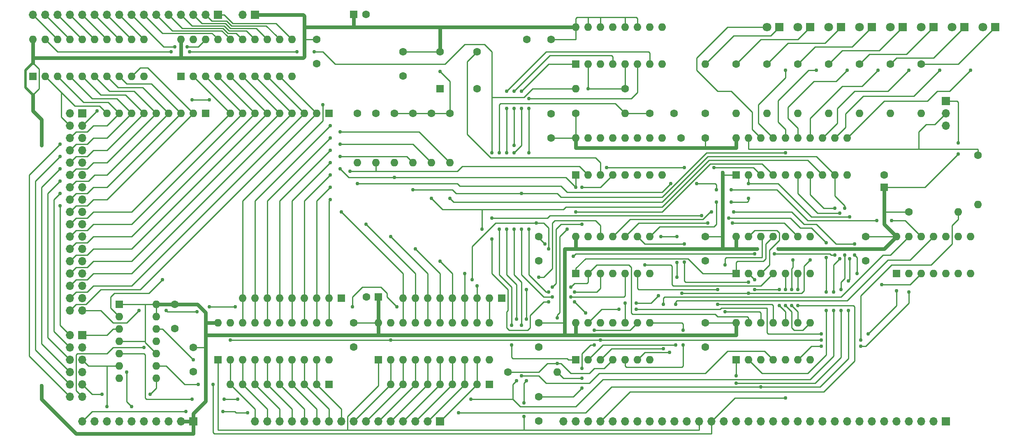
<source format=gtl>
G04 #@! TF.GenerationSoftware,KiCad,Pcbnew,(7.0.0)*
G04 #@! TF.CreationDate,2023-09-24T18:00:44-07:00*
G04 #@! TF.ProjectId,interface_clock,696e7465-7266-4616-9365-5f636c6f636b,rev?*
G04 #@! TF.SameCoordinates,Original*
G04 #@! TF.FileFunction,Copper,L1,Top*
G04 #@! TF.FilePolarity,Positive*
%FSLAX46Y46*%
G04 Gerber Fmt 4.6, Leading zero omitted, Abs format (unit mm)*
G04 Created by KiCad (PCBNEW (7.0.0)) date 2023-09-24 18:00:44*
%MOMM*%
%LPD*%
G01*
G04 APERTURE LIST*
G04 #@! TA.AperFunction,ComponentPad*
%ADD10C,1.600000*%
G04 #@! TD*
G04 #@! TA.AperFunction,ComponentPad*
%ADD11R,1.700000X1.700000*%
G04 #@! TD*
G04 #@! TA.AperFunction,ComponentPad*
%ADD12O,1.700000X1.700000*%
G04 #@! TD*
G04 #@! TA.AperFunction,ComponentPad*
%ADD13R,1.600000X1.600000*%
G04 #@! TD*
G04 #@! TA.AperFunction,ComponentPad*
%ADD14O,1.600000X1.600000*%
G04 #@! TD*
G04 #@! TA.AperFunction,ComponentPad*
%ADD15R,1.800000X1.800000*%
G04 #@! TD*
G04 #@! TA.AperFunction,ComponentPad*
%ADD16C,1.800000*%
G04 #@! TD*
G04 #@! TA.AperFunction,ViaPad*
%ADD17C,0.762000*%
G04 #@! TD*
G04 #@! TA.AperFunction,Conductor*
%ADD18C,0.254000*%
G04 #@! TD*
G04 #@! TA.AperFunction,Conductor*
%ADD19C,0.762000*%
G04 #@! TD*
G04 #@! TA.AperFunction,Conductor*
%ADD20C,0.508000*%
G04 #@! TD*
G04 APERTURE END LIST*
D10*
X157480000Y-106680000D03*
X157480000Y-111680000D03*
X224790000Y-106680000D03*
X224790000Y-111680000D03*
X86360000Y-129540000D03*
X86360000Y-134540000D03*
X111760000Y-66040000D03*
X111760000Y-71040000D03*
X160020000Y-86360000D03*
X160020000Y-81360000D03*
D11*
X241299999Y-144779999D03*
D12*
X238759999Y-144779999D03*
X236219999Y-144779999D03*
X233679999Y-144779999D03*
X231139999Y-144779999D03*
X228599999Y-144779999D03*
X226059999Y-144779999D03*
X223519999Y-144779999D03*
X220979999Y-144779999D03*
X218439999Y-144779999D03*
X215899999Y-144779999D03*
X213359999Y-144779999D03*
X210819999Y-144779999D03*
X208279999Y-144779999D03*
X205739999Y-144779999D03*
X203199999Y-144779999D03*
X200659999Y-144779999D03*
X198119999Y-144779999D03*
X195579999Y-144779999D03*
X193039999Y-144779999D03*
X190499999Y-144779999D03*
X187959999Y-144779999D03*
X185419999Y-144779999D03*
X182879999Y-144779999D03*
X180339999Y-144779999D03*
X177799999Y-144779999D03*
X175259999Y-144779999D03*
X172719999Y-144779999D03*
X170179999Y-144779999D03*
X167639999Y-144779999D03*
X165099999Y-144779999D03*
X162559999Y-144779999D03*
D11*
X86359999Y-144779999D03*
D12*
X83819999Y-144779999D03*
X81279999Y-144779999D03*
X78739999Y-144779999D03*
X76199999Y-144779999D03*
X73659999Y-144779999D03*
X71119999Y-144779999D03*
X68579999Y-144779999D03*
X66039999Y-144779999D03*
X63499999Y-144779999D03*
D11*
X137159999Y-144779999D03*
D12*
X134619999Y-144779999D03*
X132079999Y-144779999D03*
X129539999Y-144779999D03*
X126999999Y-144779999D03*
X124459999Y-144779999D03*
X121919999Y-144779999D03*
X119379999Y-144779999D03*
X116839999Y-144779999D03*
X114299999Y-144779999D03*
X111759999Y-144779999D03*
X109219999Y-144779999D03*
X106679999Y-144779999D03*
X104139999Y-144779999D03*
X101599999Y-144779999D03*
X99059999Y-144779999D03*
D13*
X114299999Y-137159999D03*
D14*
X111759999Y-137159999D03*
X109219999Y-137159999D03*
X106679999Y-137159999D03*
X104139999Y-137159999D03*
X101599999Y-137159999D03*
X99059999Y-137159999D03*
X96519999Y-137159999D03*
X93979999Y-137159999D03*
D13*
X147319999Y-137159999D03*
D14*
X144779999Y-137159999D03*
X142239999Y-137159999D03*
X139699999Y-137159999D03*
X137159999Y-137159999D03*
X134619999Y-137159999D03*
X132079999Y-137159999D03*
X129539999Y-137159999D03*
X126999999Y-137159999D03*
D13*
X149859999Y-119379999D03*
D14*
X147319999Y-119379999D03*
X144779999Y-119379999D03*
X142239999Y-119379999D03*
X139699999Y-119379999D03*
X137159999Y-119379999D03*
X134619999Y-119379999D03*
X132079999Y-119379999D03*
X129539999Y-119379999D03*
D13*
X116839999Y-119379999D03*
D14*
X114299999Y-119379999D03*
X111759999Y-119379999D03*
X109219999Y-119379999D03*
X106679999Y-119379999D03*
X104139999Y-119379999D03*
X101599999Y-119379999D03*
X99059999Y-119379999D03*
X96519999Y-119379999D03*
D13*
X137159999Y-76199999D03*
D10*
X144780000Y-76200000D03*
X144780000Y-68580000D03*
X137160000Y-68580000D03*
D13*
X198119999Y-114299999D03*
D14*
X200659999Y-114299999D03*
X203199999Y-114299999D03*
X205739999Y-114299999D03*
X208279999Y-114299999D03*
X210819999Y-114299999D03*
X213359999Y-114299999D03*
X213359999Y-106679999D03*
X210819999Y-106679999D03*
X208279999Y-106679999D03*
X205739999Y-106679999D03*
X203199999Y-106679999D03*
X200659999Y-106679999D03*
X198119999Y-106679999D03*
D13*
X198119999Y-132079999D03*
D14*
X200659999Y-132079999D03*
X203199999Y-132079999D03*
X205739999Y-132079999D03*
X208279999Y-132079999D03*
X210819999Y-132079999D03*
X213359999Y-132079999D03*
X213359999Y-124459999D03*
X210819999Y-124459999D03*
X208279999Y-124459999D03*
X205739999Y-124459999D03*
X203199999Y-124459999D03*
X200659999Y-124459999D03*
X198119999Y-124459999D03*
D10*
X191770000Y-111680000D03*
X191770000Y-106680000D03*
X191770000Y-124460000D03*
X191770000Y-129460000D03*
D13*
X165099999Y-114299999D03*
D14*
X167639999Y-114299999D03*
X170179999Y-114299999D03*
X172719999Y-114299999D03*
X175259999Y-114299999D03*
X177799999Y-114299999D03*
X180339999Y-114299999D03*
X180339999Y-106679999D03*
X177799999Y-106679999D03*
X175259999Y-106679999D03*
X172719999Y-106679999D03*
X170179999Y-106679999D03*
X167639999Y-106679999D03*
X165099999Y-106679999D03*
D13*
X231139999Y-114299999D03*
D14*
X233679999Y-114299999D03*
X236219999Y-114299999D03*
X238759999Y-114299999D03*
X241299999Y-114299999D03*
X243839999Y-114299999D03*
X246379999Y-114299999D03*
X246379999Y-106679999D03*
X243839999Y-106679999D03*
X241299999Y-106679999D03*
X238759999Y-106679999D03*
X236219999Y-106679999D03*
X233679999Y-106679999D03*
X231139999Y-106679999D03*
D13*
X124459999Y-132079999D03*
D14*
X126999999Y-132079999D03*
X129539999Y-132079999D03*
X132079999Y-132079999D03*
X134619999Y-132079999D03*
X137159999Y-132079999D03*
X139699999Y-132079999D03*
X142239999Y-132079999D03*
X144779999Y-132079999D03*
X147319999Y-132079999D03*
X147319999Y-124459999D03*
X144779999Y-124459999D03*
X142239999Y-124459999D03*
X139699999Y-124459999D03*
X137159999Y-124459999D03*
X134619999Y-124459999D03*
X132079999Y-124459999D03*
X129539999Y-124459999D03*
X126999999Y-124459999D03*
X124459999Y-124459999D03*
D13*
X165099999Y-93979999D03*
D14*
X167639999Y-93979999D03*
X170179999Y-93979999D03*
X172719999Y-93979999D03*
X175259999Y-93979999D03*
X177799999Y-93979999D03*
X180339999Y-93979999D03*
X182879999Y-93979999D03*
X182879999Y-86359999D03*
X180339999Y-86359999D03*
X177799999Y-86359999D03*
X175259999Y-86359999D03*
X172719999Y-86359999D03*
X170179999Y-86359999D03*
X167639999Y-86359999D03*
X165099999Y-86359999D03*
D10*
X119380000Y-124460000D03*
X119380000Y-129460000D03*
X157480000Y-124460000D03*
X157480000Y-129460000D03*
X191770000Y-81280000D03*
D14*
X191769999Y-71119999D03*
D10*
X120142000Y-81280000D03*
D14*
X120141999Y-91439999D03*
D10*
X123952000Y-81280000D03*
D14*
X123951999Y-91439999D03*
D10*
X127762000Y-81280000D03*
D14*
X127761999Y-91439999D03*
D10*
X131572000Y-81280000D03*
D14*
X131571999Y-91439999D03*
D10*
X135382000Y-81280000D03*
D14*
X135381999Y-91439999D03*
D10*
X139192000Y-81280000D03*
D14*
X139191999Y-91439999D03*
D13*
X165099999Y-132079999D03*
D14*
X167639999Y-132079999D03*
X170179999Y-132079999D03*
X172719999Y-132079999D03*
X175259999Y-132079999D03*
X177799999Y-132079999D03*
X180339999Y-132079999D03*
X180339999Y-124459999D03*
X177799999Y-124459999D03*
X175259999Y-124459999D03*
X172719999Y-124459999D03*
X170179999Y-124459999D03*
X167639999Y-124459999D03*
X165099999Y-124459999D03*
D10*
X191770000Y-86360000D03*
X186770000Y-86360000D03*
D15*
X207009999Y-63499999D03*
D16*
X204470000Y-63500000D03*
D15*
X213359999Y-63499999D03*
D16*
X210820000Y-63500000D03*
D15*
X219709999Y-63499999D03*
D16*
X217170000Y-63500000D03*
D15*
X226059999Y-63499999D03*
D16*
X223520000Y-63500000D03*
D15*
X232409999Y-63499999D03*
D16*
X229870000Y-63500000D03*
D15*
X238759999Y-63499999D03*
D16*
X236220000Y-63500000D03*
D10*
X198120000Y-71120000D03*
D14*
X198119999Y-81279999D03*
D10*
X204470000Y-71120000D03*
D14*
X204469999Y-81279999D03*
D10*
X210820000Y-71120000D03*
D14*
X210819999Y-81279999D03*
D10*
X217170000Y-71120000D03*
D14*
X217169999Y-81279999D03*
D10*
X223520000Y-71120000D03*
D14*
X223519999Y-81279999D03*
D10*
X229870000Y-71120000D03*
D14*
X229869999Y-81279999D03*
D13*
X198119999Y-93979999D03*
D14*
X200659999Y-93979999D03*
X203199999Y-93979999D03*
X205739999Y-93979999D03*
X208279999Y-93979999D03*
X210819999Y-93979999D03*
X213359999Y-93979999D03*
X215899999Y-93979999D03*
X218439999Y-93979999D03*
X220979999Y-93979999D03*
X220979999Y-86359999D03*
X218439999Y-86359999D03*
X215899999Y-86359999D03*
X213359999Y-86359999D03*
X210819999Y-86359999D03*
X208279999Y-86359999D03*
X205739999Y-86359999D03*
X203199999Y-86359999D03*
X200659999Y-86359999D03*
X198119999Y-86359999D03*
D10*
X82550000Y-120650000D03*
X82550000Y-125650000D03*
D13*
X71119999Y-120649999D03*
D14*
X71119999Y-123189999D03*
X71119999Y-125729999D03*
X71119999Y-128269999D03*
X71119999Y-130809999D03*
X71119999Y-133349999D03*
X71119999Y-135889999D03*
X78739999Y-135889999D03*
X78739999Y-133349999D03*
X78739999Y-130809999D03*
X78739999Y-128269999D03*
X78739999Y-125729999D03*
X78739999Y-123189999D03*
X78739999Y-120649999D03*
D15*
X245109999Y-63499999D03*
D16*
X242570000Y-63500000D03*
D15*
X251459999Y-63499999D03*
D16*
X248920000Y-63500000D03*
D10*
X236220000Y-71120000D03*
D14*
X236219999Y-81279999D03*
D10*
X165100000Y-81280000D03*
D14*
X175259999Y-81279999D03*
D10*
X247904000Y-89916000D03*
D14*
X247903999Y-100075999D03*
D10*
X180340000Y-81280000D03*
X185340000Y-81280000D03*
X233680000Y-101600000D03*
D14*
X243839999Y-101599999D03*
D10*
X160020000Y-66040000D03*
X155020000Y-66040000D03*
X157480000Y-139700000D03*
X157480000Y-144700000D03*
D13*
X165099999Y-71119999D03*
D14*
X167639999Y-71119999D03*
X170179999Y-71119999D03*
X172719999Y-71119999D03*
X175259999Y-71119999D03*
X177799999Y-71119999D03*
X180339999Y-71119999D03*
X182879999Y-71119999D03*
X182879999Y-63499999D03*
X180339999Y-63499999D03*
X177799999Y-63499999D03*
X175259999Y-63499999D03*
X172719999Y-63499999D03*
X170179999Y-63499999D03*
X167639999Y-63499999D03*
X165099999Y-63499999D03*
D10*
X151130000Y-134620000D03*
D14*
X161289999Y-134619999D03*
D13*
X91439999Y-132079999D03*
D14*
X93979999Y-132079999D03*
X96519999Y-132079999D03*
X99059999Y-132079999D03*
X101599999Y-132079999D03*
X104139999Y-132079999D03*
X106679999Y-132079999D03*
X109219999Y-132079999D03*
X111759999Y-132079999D03*
X114299999Y-132079999D03*
X114299999Y-124459999D03*
X111759999Y-124459999D03*
X109219999Y-124459999D03*
X106679999Y-124459999D03*
X104139999Y-124459999D03*
X101599999Y-124459999D03*
X99059999Y-124459999D03*
X96519999Y-124459999D03*
X93979999Y-124459999D03*
X91439999Y-124459999D03*
D10*
X175260000Y-76200000D03*
D14*
X165099999Y-76199999D03*
D13*
X114299999Y-81279999D03*
D14*
X111759999Y-81279999D03*
X109219999Y-81279999D03*
X106679999Y-81279999D03*
X104139999Y-81279999D03*
X101599999Y-81279999D03*
X99059999Y-81279999D03*
X96519999Y-81279999D03*
X93979999Y-81279999D03*
D13*
X228599999Y-96519999D03*
D10*
X228600000Y-94020000D03*
D13*
X88899999Y-81279999D03*
D14*
X86359999Y-81279999D03*
X83819999Y-81279999D03*
X81279999Y-81279999D03*
X78739999Y-81279999D03*
X76199999Y-81279999D03*
X73659999Y-81279999D03*
X71119999Y-81279999D03*
X68579999Y-81279999D03*
D11*
X91439999Y-60959999D03*
D12*
X88899999Y-60959999D03*
X86359999Y-60959999D03*
X83819999Y-60959999D03*
X81279999Y-60959999D03*
X78739999Y-60959999D03*
X76199999Y-60959999D03*
X73659999Y-60959999D03*
X71119999Y-60959999D03*
X68579999Y-60959999D03*
X66039999Y-60959999D03*
X63499999Y-60959999D03*
X60959999Y-60959999D03*
X58419999Y-60959999D03*
X55879999Y-60959999D03*
X53339999Y-60959999D03*
D11*
X241299999Y-78739999D03*
D12*
X241299999Y-81279999D03*
X241299999Y-83819999D03*
D13*
X124459999Y-119125999D03*
D10*
X121960000Y-119126000D03*
D13*
X83824999Y-73649999D03*
D14*
X86364999Y-73649999D03*
X88904999Y-73649999D03*
X91444999Y-73649999D03*
X93984999Y-73649999D03*
X96524999Y-73649999D03*
X99064999Y-73649999D03*
X101604999Y-73649999D03*
X104144999Y-73649999D03*
X106684999Y-73649999D03*
X106684999Y-66029999D03*
X104144999Y-66029999D03*
X101604999Y-66029999D03*
X99064999Y-66029999D03*
X96524999Y-66029999D03*
X93984999Y-66029999D03*
X91444999Y-66029999D03*
X88904999Y-66029999D03*
X86364999Y-66029999D03*
X83824999Y-66029999D03*
D11*
X63499999Y-126999999D03*
D12*
X60959999Y-126999999D03*
X63499999Y-129539999D03*
X60959999Y-129539999D03*
X63499999Y-132079999D03*
X60959999Y-132079999D03*
X63499999Y-134619999D03*
X60959999Y-134619999D03*
X63499999Y-137159999D03*
X60959999Y-137159999D03*
X63499999Y-139699999D03*
X60959999Y-139699999D03*
D10*
X129540000Y-68580000D03*
X129540000Y-73580000D03*
D13*
X119379999Y-60919999D03*
D10*
X121880000Y-60920000D03*
D11*
X63499999Y-81279999D03*
D12*
X60959999Y-81279999D03*
X63499999Y-83819999D03*
X60959999Y-83819999D03*
X63499999Y-86359999D03*
X60959999Y-86359999D03*
X63499999Y-88899999D03*
X60959999Y-88899999D03*
X63499999Y-91439999D03*
X60959999Y-91439999D03*
X63499999Y-93979999D03*
X60959999Y-93979999D03*
X63499999Y-96519999D03*
X60959999Y-96519999D03*
X63499999Y-99059999D03*
X60959999Y-99059999D03*
X63499999Y-101599999D03*
X60959999Y-101599999D03*
X63499999Y-104139999D03*
X60959999Y-104139999D03*
X63499999Y-106679999D03*
X60959999Y-106679999D03*
X63499999Y-109219999D03*
X60959999Y-109219999D03*
X63499999Y-111759999D03*
X60959999Y-111759999D03*
X63499999Y-114299999D03*
X60959999Y-114299999D03*
X63499999Y-116839999D03*
X60959999Y-116839999D03*
X63499999Y-119379999D03*
X60959999Y-119379999D03*
X63499999Y-121919999D03*
X60959999Y-121919999D03*
D11*
X99059999Y-60959999D03*
D12*
X96519999Y-60959999D03*
D13*
X53344999Y-73649999D03*
D14*
X55884999Y-73649999D03*
X58424999Y-73649999D03*
X60964999Y-73649999D03*
X63504999Y-73649999D03*
X66044999Y-73649999D03*
X68584999Y-73649999D03*
X71124999Y-73649999D03*
X73664999Y-73649999D03*
X76204999Y-73649999D03*
X76204999Y-66029999D03*
X73664999Y-66029999D03*
X71124999Y-66029999D03*
X68584999Y-66029999D03*
X66044999Y-66029999D03*
X63504999Y-66029999D03*
X60964999Y-66029999D03*
X58424999Y-66029999D03*
X55884999Y-66029999D03*
X53344999Y-66029999D03*
D17*
X137160000Y-72644000D03*
X206756000Y-109220000D03*
X202438000Y-109220000D03*
X55118000Y-86360000D03*
X208026000Y-109219992D03*
X195326000Y-88392000D03*
X201168000Y-109220000D03*
X158750000Y-108204000D03*
X243839988Y-89662000D03*
X167640000Y-76200000D03*
X164084000Y-109220000D03*
X55118000Y-87884000D03*
X243840000Y-87376000D03*
X196596000Y-88392000D03*
X195326000Y-93472000D03*
X55118000Y-137414000D03*
X195326000Y-94742000D03*
X55118000Y-138938000D03*
X210820000Y-120903994D03*
X210820000Y-117602000D03*
X72644000Y-134620000D03*
X73660000Y-141732000D03*
X68580000Y-141732000D03*
X140970000Y-143002000D03*
X194056000Y-99568000D03*
X197104000Y-99568000D03*
X92456000Y-142747986D03*
X221234000Y-115824000D03*
X221488000Y-102616000D03*
X203200002Y-137668000D03*
X200660000Y-98806000D03*
X221234000Y-121920000D03*
X97536000Y-143002000D03*
X200660000Y-95758000D03*
X221488000Y-111252000D03*
X84836000Y-142748000D03*
X85090000Y-67564000D03*
X82550016Y-67564000D03*
X208280000Y-89408000D03*
X116586000Y-90170000D03*
X131572000Y-97028000D03*
X164084000Y-119126000D03*
X160274000Y-119126000D03*
X153924000Y-105156000D03*
X58928000Y-92710000D03*
X153924000Y-97790000D03*
X66548000Y-80772000D03*
X86106000Y-78486000D03*
X113030000Y-79502000D03*
X89662000Y-78486000D03*
X114554000Y-83820000D03*
X114554000Y-86360000D03*
X114554000Y-88900000D03*
X114554000Y-91440000D03*
X114554000Y-93980000D03*
X114554000Y-96520000D03*
X114554000Y-99060000D03*
X116840000Y-101600000D03*
X121920000Y-104140000D03*
X127000000Y-106680000D03*
X132080000Y-109220000D03*
X137160000Y-111760000D03*
X142240000Y-114300000D03*
X144780000Y-116840000D03*
X89662000Y-121158000D03*
X87122000Y-122174000D03*
X94996000Y-121158000D03*
X80772000Y-121920000D03*
X75184000Y-121920000D03*
X128270000Y-121158000D03*
X119126000Y-121158000D03*
X209804000Y-111506000D03*
X209550000Y-117602000D03*
X209550000Y-120904000D03*
X194310000Y-117602000D03*
X194310000Y-120650000D03*
X155448008Y-105155996D03*
X159512000Y-118110000D03*
X152400000Y-80264000D03*
X152400000Y-87884000D03*
X152400000Y-76708000D03*
X164846000Y-118110000D03*
X187451994Y-92456000D03*
X118618000Y-93218000D03*
X58928000Y-97790000D03*
X171450000Y-92456000D03*
X193548000Y-92456000D03*
X116586000Y-92710000D03*
X165100000Y-96520000D03*
X58928000Y-95250000D03*
X165100000Y-101600000D03*
X127762000Y-94488000D03*
X164084000Y-117094000D03*
X166370000Y-96520000D03*
X160274000Y-117094000D03*
X166370000Y-104140000D03*
X207010000Y-120904000D03*
X207010000Y-117602000D03*
X201930000Y-115570000D03*
X201930000Y-117602000D03*
X149352000Y-89408000D03*
X151892000Y-124968000D03*
X149352000Y-105156000D03*
X151892000Y-129032010D03*
X189992000Y-95758000D03*
X227076000Y-103378000D03*
X194056000Y-97028000D03*
X58928000Y-100330000D03*
X184657980Y-95758000D03*
X230124000Y-103378000D03*
X120142000Y-95758000D03*
X197104006Y-97028000D03*
X183134000Y-120650000D03*
X183134000Y-129794000D03*
X185674000Y-120650000D03*
X185674000Y-129032018D03*
X154940000Y-123698000D03*
X154432000Y-143764000D03*
X154940000Y-136398000D03*
X154940000Y-117602000D03*
X157480000Y-115062000D03*
X154432000Y-140970000D03*
X86360000Y-132080000D03*
X87376000Y-137160000D03*
X90424000Y-137160000D03*
X208280000Y-139954000D03*
X195834000Y-122174000D03*
X195833990Y-112522000D03*
X179324000Y-112522000D03*
X77470000Y-139192000D03*
X67564000Y-139192000D03*
X76200000Y-129540000D03*
X150876000Y-80264000D03*
X143510000Y-140208000D03*
X150876000Y-89408000D03*
X92710000Y-140208006D03*
X219456000Y-101854000D03*
X218186000Y-118110000D03*
X219456000Y-111252000D03*
X152908000Y-136398000D03*
X218186000Y-121920000D03*
X150875986Y-105156000D03*
X95504000Y-140208000D03*
X86106000Y-140208000D03*
X152908000Y-123698000D03*
X150876000Y-76708000D03*
X155448000Y-89408000D03*
X201930000Y-110236000D03*
X205994000Y-110236000D03*
X218440000Y-110490000D03*
X156972000Y-103886000D03*
X159512000Y-109220000D03*
X218440000Y-100838000D03*
X164592000Y-110744000D03*
X155448000Y-80264000D03*
X155448000Y-78232000D03*
X143764000Y-115570000D03*
X80010000Y-115570000D03*
X208280000Y-72390000D03*
X214630000Y-72390000D03*
X220980000Y-72390000D03*
X227330000Y-72390000D03*
X233680000Y-72390000D03*
X240030000Y-72390000D03*
X220472000Y-110490000D03*
X219710000Y-117602000D03*
X58928000Y-87630000D03*
X220472000Y-100838000D03*
X198120000Y-136906000D03*
X139192000Y-98806000D03*
X116586000Y-85090000D03*
X198120000Y-135382000D03*
X219710000Y-121920000D03*
X116586000Y-87630000D03*
X145796000Y-105156000D03*
X147828000Y-107188000D03*
X58928000Y-90170000D03*
X159512000Y-120142000D03*
X135382000Y-98806000D03*
X164846000Y-120142000D03*
X167132000Y-122428000D03*
X81788000Y-68580000D03*
X216662000Y-107950000D03*
X107696000Y-68580012D03*
X191008000Y-102362000D03*
X147828000Y-89408000D03*
X216662000Y-118110000D03*
X147828000Y-102869996D03*
X216662000Y-121920000D03*
X85598000Y-68580000D03*
X216662000Y-110998000D03*
X196596000Y-102870000D03*
X111252000Y-68580000D03*
X215646000Y-128016000D03*
X170180000Y-128016000D03*
X93980000Y-128016000D03*
X127000000Y-128016000D03*
X223774000Y-128016000D03*
X168910000Y-129032000D03*
X168910000Y-125984020D03*
X166370000Y-133858000D03*
X166370000Y-135890000D03*
X166370000Y-137922000D03*
X197358000Y-103886000D03*
X161290000Y-132841996D03*
X163322000Y-105156000D03*
X192278000Y-103886000D03*
X161290000Y-123444000D03*
X187452000Y-108204000D03*
X187452000Y-111937300D03*
X213359994Y-111506000D03*
X200660000Y-118364000D03*
X186944000Y-118364000D03*
X200660000Y-116078000D03*
X184404000Y-130556000D03*
X223774000Y-129286000D03*
X233680000Y-118110000D03*
X215646000Y-129286000D03*
X223012000Y-114300000D03*
X193040000Y-101600000D03*
X222504000Y-108204000D03*
X228092000Y-116586000D03*
X197612000Y-101600000D03*
X222504000Y-110490000D03*
X187198000Y-129032000D03*
X187198000Y-125984000D03*
X152400000Y-89408000D03*
X153924000Y-80264000D03*
X152400000Y-105156000D03*
X153924000Y-124968000D03*
X153924000Y-135382000D03*
X153924000Y-76708000D03*
X246380000Y-72390000D03*
X208280000Y-120904000D03*
X208280000Y-117602000D03*
X177546000Y-120396000D03*
X175260000Y-120396000D03*
X182118000Y-118872000D03*
X185928000Y-112014000D03*
X185928000Y-115062000D03*
X182626000Y-106680000D03*
X185928000Y-106680000D03*
X215646000Y-126746000D03*
X225298000Y-126746000D03*
X173990000Y-121666000D03*
X177546000Y-121666000D03*
X231140000Y-117856000D03*
D18*
X165862000Y-92202000D02*
X141732000Y-92202000D01*
X140716000Y-93218000D02*
X124206000Y-93218000D01*
X167640000Y-93980000D02*
X165862000Y-92202000D01*
X141732000Y-92202000D02*
X140716000Y-93218000D01*
X141224000Y-96266000D02*
X140716000Y-95758000D01*
X162052000Y-96266000D02*
X141224000Y-96266000D01*
X140716000Y-95758000D02*
X120142000Y-95758000D01*
X163322000Y-97536000D02*
X162052000Y-96266000D01*
X182879980Y-97536000D02*
X163322000Y-97536000D01*
X184657980Y-95758000D02*
X182879980Y-97536000D01*
X139700000Y-97028000D02*
X140462000Y-97790000D01*
X140462000Y-97790000D02*
X153924000Y-97790000D01*
X131572000Y-97028000D02*
X139700000Y-97028000D01*
X214630000Y-90170000D02*
X218440000Y-93980000D01*
X192278000Y-90170000D02*
X214630000Y-90170000D01*
X182880000Y-99568000D02*
X192278000Y-90170000D01*
X139954000Y-99568000D02*
X182880000Y-99568000D01*
X139192000Y-98806000D02*
X139954000Y-99568000D01*
X212852000Y-90932000D02*
X215900000Y-93980000D01*
X162560000Y-101092000D02*
X163068000Y-100584000D01*
X192532000Y-90932000D02*
X212852000Y-90932000D01*
X145796000Y-101092000D02*
X162560000Y-101092000D01*
X163068000Y-100584000D02*
X182880000Y-100584000D01*
X182880000Y-100584000D02*
X192532000Y-90932000D01*
X145796000Y-101092000D02*
X145796000Y-101854000D01*
X135382000Y-98806000D02*
X137668000Y-101092000D01*
X137668000Y-101092000D02*
X145796000Y-101092000D01*
X149352000Y-79502000D02*
X149352000Y-89408000D01*
X173228000Y-79248000D02*
X149606000Y-79248000D01*
X175260000Y-81280000D02*
X173228000Y-79248000D01*
X149606000Y-79248000D02*
X149352000Y-79502000D01*
X138176000Y-71120000D02*
X115570000Y-71120000D01*
X142240000Y-67056000D02*
X138176000Y-71120000D01*
X115570000Y-71120000D02*
X113030000Y-68580000D01*
X113030000Y-68580000D02*
X111252000Y-68580000D01*
X146304000Y-67056000D02*
X142240000Y-67056000D01*
X147828000Y-68580000D02*
X146304000Y-67056000D01*
X147828000Y-77216000D02*
X147828000Y-68580000D01*
X147574000Y-90424000D02*
X169164000Y-90424000D01*
X169164000Y-90424000D02*
X170180000Y-91440000D01*
X142748000Y-85598000D02*
X147574000Y-90424000D01*
X142748000Y-70612000D02*
X142748000Y-85598000D01*
X144780000Y-68580000D02*
X142748000Y-70612000D01*
X170180000Y-91440000D02*
X170180000Y-93980000D01*
X180340000Y-68834000D02*
X180340000Y-71120000D01*
X159004000Y-68580000D02*
X180086000Y-68580000D01*
X150876000Y-76708000D02*
X159004000Y-68580000D01*
X180086000Y-68580000D02*
X180340000Y-68834000D01*
X172720000Y-69596000D02*
X172720000Y-71120000D01*
X159766000Y-69342000D02*
X172466000Y-69342000D01*
X152400000Y-76708000D02*
X159766000Y-69342000D01*
X172466000Y-69342000D02*
X172720000Y-69596000D01*
X159512000Y-71120000D02*
X165100000Y-71120000D01*
X153924000Y-76708000D02*
X159512000Y-71120000D01*
X177800000Y-76962000D02*
X177800000Y-71120000D01*
X176530000Y-78232000D02*
X177800000Y-76962000D01*
X155448000Y-78232000D02*
X176530000Y-78232000D01*
X243839988Y-89662012D02*
X243839988Y-89662000D01*
X228600000Y-96520000D02*
X236982000Y-96520000D01*
X236982000Y-96520000D02*
X243839988Y-89662012D01*
D19*
X88900000Y-140628000D02*
X88900000Y-129540000D01*
X199390000Y-109220000D02*
X201930000Y-109220000D01*
X55118000Y-82550000D02*
X53340000Y-80772000D01*
X228600000Y-101092000D02*
X228600000Y-96520000D01*
X162814000Y-127000000D02*
X162814000Y-124460000D01*
X191770000Y-88392000D02*
X165100000Y-88392000D01*
X206756000Y-109220000D02*
X208025992Y-109220000D01*
D18*
X119380000Y-124460000D02*
X124460000Y-124460000D01*
X177800000Y-61722000D02*
X177800000Y-63500000D01*
D19*
X87181078Y-120650000D02*
X78740000Y-120650000D01*
X228600000Y-101092000D02*
X228600000Y-101600000D01*
X162814000Y-127000000D02*
X150876000Y-127000000D01*
D18*
X76454000Y-128524000D02*
X76454000Y-128270000D01*
D19*
X201930000Y-109220000D02*
X202438000Y-109220000D01*
D18*
X158750000Y-108204000D02*
X157480000Y-106934000D01*
D19*
X228600000Y-101600000D02*
X228600000Y-104140000D01*
X88900000Y-127000000D02*
X91440000Y-127000000D01*
D20*
X53340000Y-70866000D02*
X51816000Y-72390000D01*
D18*
X165100000Y-61722000D02*
X165354000Y-61468000D01*
D19*
X165100000Y-109220000D02*
X195326000Y-109220000D01*
X88900000Y-129540000D02*
X88900000Y-127000000D01*
X109474000Y-63500000D02*
X119380000Y-63500000D01*
X108966000Y-69850000D02*
X53340000Y-69850000D01*
D18*
X243586000Y-78740000D02*
X241300000Y-78740000D01*
D19*
X88900000Y-124460000D02*
X88900000Y-122368922D01*
D18*
X175260000Y-62368630D02*
X175260000Y-61468000D01*
D19*
X124460000Y-119126000D02*
X124460000Y-124460000D01*
X83820000Y-69850000D02*
X83820000Y-66040000D01*
X195326000Y-88392000D02*
X191770000Y-88392000D01*
D18*
X167640000Y-63500000D02*
X167640000Y-61468000D01*
D19*
X86360000Y-143168000D02*
X88900000Y-140628000D01*
X228600000Y-104140000D02*
X231140000Y-106680000D01*
X59690000Y-144780000D02*
X55118000Y-140208000D01*
X162814000Y-127000000D02*
X165100000Y-127000000D01*
D18*
X191770000Y-124460000D02*
X198120000Y-124460000D01*
D19*
X119380000Y-63500000D02*
X119380000Y-60960000D01*
X165100000Y-127000000D02*
X198120000Y-127000000D01*
X137160000Y-63500000D02*
X137160000Y-68580000D01*
X165100000Y-107811370D02*
X165100000Y-109220000D01*
X55118000Y-138938000D02*
X55118000Y-137414000D01*
D18*
X111760000Y-66040000D02*
X109220000Y-66040000D01*
D19*
X99060000Y-60960000D02*
X108966000Y-60960000D01*
D18*
X54610000Y-72136000D02*
X54610000Y-76200000D01*
D19*
X198120000Y-109220000D02*
X199390000Y-109220000D01*
X231140000Y-106680000D02*
X228600008Y-109219992D01*
D18*
X53340000Y-70866000D02*
X54610000Y-72136000D01*
D19*
X91440000Y-127000000D02*
X124714000Y-127000000D01*
D20*
X51816000Y-75946000D02*
X53340000Y-77470000D01*
D18*
X233680000Y-101600000D02*
X228600000Y-101600000D01*
D19*
X162814000Y-124460000D02*
X162814000Y-109220000D01*
X62230000Y-147320000D02*
X59690000Y-144780000D01*
D18*
X175260000Y-61468000D02*
X177546000Y-61468000D01*
X175260000Y-71120000D02*
X175260000Y-72251370D01*
X170180000Y-63500000D02*
X170180000Y-61468000D01*
X165354000Y-61468000D02*
X167640000Y-61468000D01*
D19*
X164084000Y-109220000D02*
X165100000Y-109220000D01*
D18*
X54610000Y-76200000D02*
X53340000Y-77470000D01*
D19*
X109220000Y-63754000D02*
X109220000Y-66040000D01*
X109220000Y-69596000D02*
X108966000Y-69850000D01*
X91440000Y-124460000D02*
X88900000Y-124460000D01*
D18*
X167640000Y-71120000D02*
X167640000Y-76200000D01*
D19*
X195326000Y-106680000D02*
X195326000Y-98044000D01*
D18*
X139192000Y-74676000D02*
X139192000Y-81280000D01*
X167640000Y-61468000D02*
X170180000Y-61468000D01*
D19*
X195326000Y-98044000D02*
X195326000Y-94742000D01*
X195326000Y-88392000D02*
X196596000Y-88392000D01*
D18*
X191770000Y-106680000D02*
X195326000Y-106680000D01*
X160020000Y-86360000D02*
X165100000Y-86360000D01*
X243840000Y-87376000D02*
X243840000Y-78994000D01*
D19*
X55118000Y-87884000D02*
X55118000Y-82550000D01*
D18*
X76454000Y-128270000D02*
X76454000Y-120650000D01*
D19*
X195326000Y-109220000D02*
X198120000Y-109220000D01*
X195326000Y-93980000D02*
X195326000Y-93472000D01*
X53340000Y-69850000D02*
X53340000Y-70866000D01*
X162814000Y-109220000D02*
X164084000Y-109220000D01*
D18*
X137160000Y-72644000D02*
X139192000Y-74676000D01*
D19*
X53340000Y-69850000D02*
X53340000Y-66040000D01*
D18*
X139192000Y-81280000D02*
X127762000Y-81280000D01*
D20*
X51816000Y-72390000D02*
X51816000Y-75946000D01*
D18*
X86360000Y-129540000D02*
X88900000Y-129540000D01*
D19*
X198120000Y-88392000D02*
X196596000Y-88392000D01*
X195326000Y-94742000D02*
X195326000Y-93980000D01*
X88900000Y-122368922D02*
X87181078Y-120650000D01*
D18*
X175260000Y-63500000D02*
X175260000Y-62368630D01*
D19*
X109220000Y-66040000D02*
X109220000Y-66548000D01*
D18*
X71120000Y-128270000D02*
X76454000Y-128270000D01*
D19*
X165100000Y-88392000D02*
X165100000Y-86360000D01*
D18*
X198120000Y-93980000D02*
X195326000Y-93980000D01*
D19*
X86360000Y-147320000D02*
X62230000Y-147320000D01*
X109220000Y-63754000D02*
X109474000Y-63500000D01*
X83820000Y-144780000D02*
X86360000Y-144780000D01*
X198120000Y-86360000D02*
X198120000Y-88392000D01*
X124460000Y-124460000D02*
X124460000Y-126746000D01*
X198120000Y-106680000D02*
X198120000Y-109220000D01*
D18*
X170180000Y-61468000D02*
X175260000Y-61468000D01*
X201930000Y-109220000D02*
X201168000Y-109220000D01*
D19*
X165100000Y-106680000D02*
X165100000Y-107811370D01*
X86360000Y-144780000D02*
X86360000Y-147320000D01*
D18*
X157480000Y-124460000D02*
X162814000Y-124460000D01*
D19*
X124714000Y-127000000D02*
X150876000Y-127000000D01*
D18*
X165100000Y-66040000D02*
X165100000Y-63500000D01*
D19*
X208025992Y-109220000D02*
X208026000Y-109219992D01*
X109220000Y-61214000D02*
X109220000Y-63754000D01*
D18*
X224790000Y-106680000D02*
X231140000Y-106680000D01*
D19*
X165100000Y-124460000D02*
X165100000Y-127000000D01*
X55118000Y-140208000D02*
X55118000Y-138938000D01*
D18*
X157480000Y-106934000D02*
X157480000Y-106680000D01*
D19*
X137160000Y-63500000D02*
X165100000Y-63500000D01*
X53340000Y-80772000D02*
X53340000Y-77470000D01*
X228600008Y-109219992D02*
X208564815Y-109219992D01*
D18*
X243840000Y-78994000D02*
X243586000Y-78740000D01*
D19*
X108966000Y-60960000D02*
X109220000Y-61214000D01*
X124460000Y-126746000D02*
X124714000Y-127000000D01*
D18*
X78740000Y-120650000D02*
X78740000Y-123190000D01*
D19*
X88900000Y-127000000D02*
X88900000Y-124460000D01*
D18*
X165100000Y-81280000D02*
X165100000Y-86360000D01*
X78740000Y-130810000D02*
X76454000Y-128524000D01*
X177546000Y-61468000D02*
X177800000Y-61722000D01*
D19*
X109220000Y-66548000D02*
X109220000Y-69596000D01*
D18*
X129540000Y-68580000D02*
X137160000Y-68580000D01*
X76454000Y-120650000D02*
X78740000Y-120650000D01*
D19*
X198120000Y-124460000D02*
X198120000Y-127000000D01*
D18*
X160020000Y-66040000D02*
X165100000Y-66040000D01*
X165100000Y-63500000D02*
X165100000Y-61722000D01*
D19*
X195326000Y-109220000D02*
X195326000Y-106680000D01*
X208564815Y-109219992D02*
X208026000Y-109219992D01*
X119380000Y-63500000D02*
X137160000Y-63500000D01*
D18*
X175260000Y-72251370D02*
X175260000Y-76200000D01*
X175260000Y-76200000D02*
X167640000Y-76200000D01*
X191770000Y-86360000D02*
X191770000Y-88392000D01*
X76454000Y-120650000D02*
X71120000Y-120650000D01*
D19*
X86360000Y-144780000D02*
X86360000Y-143168000D01*
D18*
X222504000Y-121158000D02*
X222504000Y-125191185D01*
X216154000Y-138684000D02*
X222504000Y-132334000D01*
X222249994Y-120903994D02*
X222504000Y-121158000D01*
X210820000Y-114300000D02*
X210820000Y-117602000D01*
X170180000Y-144780000D02*
X176276000Y-138684000D01*
X210820000Y-120903994D02*
X222249994Y-120903994D01*
X176276000Y-138684000D02*
X216154000Y-138684000D01*
X222504000Y-132334000D02*
X222504000Y-125730000D01*
X222504000Y-125191185D02*
X222504000Y-125730000D01*
X205232000Y-65278000D02*
X207010000Y-63500000D01*
X191770000Y-71120000D02*
X197612000Y-65278000D01*
X197612000Y-65278000D02*
X205232000Y-65278000D01*
X73660000Y-141732000D02*
X72644000Y-140716000D01*
X72644000Y-135158815D02*
X72644000Y-134620000D01*
X69850000Y-125730000D02*
X68580000Y-127000000D01*
X71120000Y-125730000D02*
X69850000Y-125730000D01*
X68580000Y-127000000D02*
X63500000Y-127000000D01*
X72644000Y-140716000D02*
X72644000Y-135158815D01*
X203200000Y-66040000D02*
X210820000Y-66040000D01*
X210820000Y-66040000D02*
X213360000Y-63500000D01*
X198120000Y-71120000D02*
X203200000Y-66040000D01*
X64770000Y-133350000D02*
X71120000Y-133350000D01*
X71120000Y-133350000D02*
X68580000Y-133350000D01*
X68580000Y-133350000D02*
X68580000Y-141193185D01*
X63500000Y-132080000D02*
X64770000Y-133350000D01*
X68580000Y-141193185D02*
X68580000Y-141732000D01*
X208788000Y-66802000D02*
X216408000Y-66802000D01*
X216408000Y-66802000D02*
X219710000Y-63500000D01*
X204470000Y-71120000D02*
X208788000Y-66802000D01*
X92456000Y-142747986D02*
X92456014Y-142748000D01*
X203200002Y-137668000D02*
X172466000Y-137668000D01*
X200406000Y-99568000D02*
X197642815Y-99568000D01*
X203200002Y-137668000D02*
X215392000Y-137668000D01*
X95123000Y-143002000D02*
X97536000Y-143002000D01*
X197642815Y-99568000D02*
X197104000Y-99568000D01*
X94869000Y-142748000D02*
X95123000Y-143002000D01*
X221234000Y-131826000D02*
X221234000Y-129032000D01*
X200660000Y-95504000D02*
X200660000Y-93980000D01*
X65532000Y-142748000D02*
X84836000Y-142748000D01*
X63500000Y-144780000D02*
X65532000Y-142748000D01*
X172466000Y-137668000D02*
X167132000Y-143002000D01*
X194056000Y-104140000D02*
X194056000Y-99568000D01*
X221488000Y-115570000D02*
X221234000Y-115824000D01*
X141508815Y-143002000D02*
X140970000Y-143002000D01*
X213614000Y-102616000D02*
X206756000Y-95758000D01*
X167132000Y-143002000D02*
X141508815Y-143002000D01*
X221234000Y-121920000D02*
X221234000Y-129032000D01*
X182372000Y-104648000D02*
X193548000Y-104648000D01*
X221488000Y-102616000D02*
X213614000Y-102616000D01*
X193548000Y-104648000D02*
X194056000Y-104140000D01*
X200914000Y-95758000D02*
X200660000Y-95504000D01*
X221488000Y-111252000D02*
X221488000Y-115570000D01*
X180340000Y-106680000D02*
X182372000Y-104648000D01*
X200660000Y-99314000D02*
X200406000Y-99568000D01*
X200660000Y-98806000D02*
X200660000Y-99314000D01*
X215392000Y-137668000D02*
X221234000Y-131826000D01*
X92456014Y-142748000D02*
X94869000Y-142748000D01*
X206756000Y-95758000D02*
X200914000Y-95758000D01*
X137160000Y-144780000D02*
X144780000Y-137160000D01*
X144780000Y-137160000D02*
X144780000Y-132080000D01*
X142240000Y-132080000D02*
X142240000Y-137160000D01*
X134620000Y-144780000D02*
X135469999Y-143930001D01*
X135469999Y-143930001D02*
X142240000Y-137160000D01*
X132929999Y-143930001D02*
X139700000Y-137160000D01*
X132080000Y-144780000D02*
X132929999Y-143930001D01*
X139700000Y-132080000D02*
X139700000Y-137160000D01*
X137160000Y-132080000D02*
X137160000Y-137160000D01*
X137160000Y-137160000D02*
X136360001Y-137959999D01*
X136360001Y-137959999D02*
X129540000Y-144780000D01*
X127849999Y-143930001D02*
X134620000Y-137160000D01*
X127000000Y-144780000D02*
X127849999Y-143930001D01*
X134620000Y-132080000D02*
X134620000Y-137160000D01*
X131280001Y-137959999D02*
X124460000Y-144780000D01*
X132080000Y-132080000D02*
X132080000Y-137160000D01*
X132080000Y-137160000D02*
X131280001Y-137959999D01*
X121920000Y-144780000D02*
X122769999Y-143930001D01*
X129540000Y-132080000D02*
X129540000Y-137160000D01*
X122769999Y-143930001D02*
X129540000Y-137160000D01*
X119380000Y-144780000D02*
X127000000Y-137160000D01*
X127000000Y-136028630D02*
X127000000Y-132080000D01*
X127000000Y-137160000D02*
X127000000Y-136028630D01*
X111760000Y-137160000D02*
X111760000Y-132080000D01*
X111760000Y-137160000D02*
X116840000Y-142240000D01*
X116840000Y-142240000D02*
X116840000Y-144780000D01*
X109220000Y-132080000D02*
X109220000Y-137160000D01*
X109220000Y-137160000D02*
X114300000Y-142240000D01*
X114300000Y-142240000D02*
X114300000Y-144780000D01*
X106680000Y-137160000D02*
X111760000Y-142240000D01*
X111760000Y-142240000D02*
X111760000Y-144780000D01*
X106680000Y-137160000D02*
X106680000Y-136028630D01*
X106680000Y-136028630D02*
X106680000Y-132080000D01*
X109220000Y-142240000D02*
X109220000Y-144780000D01*
X104140000Y-137160000D02*
X109220000Y-142240000D01*
X104140000Y-133211370D02*
X104140000Y-137160000D01*
X104140000Y-132080000D02*
X104140000Y-133211370D01*
X101600000Y-136028630D02*
X101600000Y-132080000D01*
X101600000Y-137160000D02*
X106680000Y-142240000D01*
X101600000Y-137160000D02*
X101600000Y-136028630D01*
X106680000Y-142240000D02*
X106680000Y-144780000D01*
X99060000Y-132080000D02*
X99060000Y-137160000D01*
X104140000Y-142240000D02*
X104140000Y-144780000D01*
X99060000Y-137160000D02*
X104140000Y-142240000D01*
X96520000Y-137160000D02*
X96520000Y-132080000D01*
X96520000Y-137160000D02*
X101600000Y-142240000D01*
X101600000Y-142240000D02*
X101600000Y-143577919D01*
X101600000Y-143577919D02*
X101600000Y-144780000D01*
X99060000Y-142240000D02*
X99060000Y-144780000D01*
X93980000Y-137160000D02*
X99060000Y-142240000D01*
X93980000Y-132080000D02*
X93980000Y-137160000D01*
X53340000Y-60960000D02*
X54189999Y-61809999D01*
X54189999Y-61809999D02*
X58420000Y-66040000D01*
X55880000Y-60960000D02*
X60960000Y-66040000D01*
X58420000Y-60960000D02*
X63500000Y-66040000D01*
X60960000Y-60960000D02*
X66040000Y-66040000D01*
X64349999Y-61809999D02*
X68580000Y-66040000D01*
X63500000Y-60960000D02*
X64349999Y-61809999D01*
X66040000Y-60960000D02*
X71120000Y-66040000D01*
X69429999Y-61809999D02*
X73660000Y-66040000D01*
X68580000Y-60960000D02*
X69429999Y-61809999D01*
X71969999Y-61809999D02*
X76200000Y-66040000D01*
X71120000Y-60960000D02*
X71969999Y-61809999D01*
X73660000Y-60960000D02*
X80264000Y-67564000D01*
X80264000Y-67564000D02*
X82550016Y-67564000D01*
X88900000Y-66040000D02*
X87376000Y-67564000D01*
X87376000Y-67564000D02*
X85090000Y-67564000D01*
X80010000Y-64770000D02*
X90170000Y-64770000D01*
X90640001Y-65240001D02*
X91440000Y-66040000D01*
X90170000Y-64770000D02*
X90640001Y-65240001D01*
X76200000Y-60960000D02*
X80010000Y-64770000D01*
X93180001Y-65240001D02*
X93980000Y-66040000D01*
X78740000Y-60960000D02*
X82042000Y-64262000D01*
X82042000Y-64262000D02*
X92202000Y-64262000D01*
X92202000Y-64262000D02*
X93180001Y-65240001D01*
X81280000Y-60960000D02*
X84074000Y-63754000D01*
X95107001Y-64770000D02*
X96377001Y-66040000D01*
X84074000Y-63754000D02*
X92456000Y-63754000D01*
X93472000Y-64770000D02*
X95107001Y-64770000D01*
X92456000Y-63754000D02*
X93472000Y-64770000D01*
X96377001Y-66040000D02*
X96520000Y-66040000D01*
X83820000Y-60960000D02*
X86106000Y-63246000D01*
X97282000Y-64262000D02*
X99060000Y-66040000D01*
X92710000Y-63246000D02*
X93726000Y-64262000D01*
X86106000Y-63246000D02*
X92710000Y-63246000D01*
X93726000Y-64262000D02*
X97282000Y-64262000D01*
X86360000Y-60960000D02*
X88138000Y-62738000D01*
X93980000Y-63754000D02*
X99314000Y-63754000D01*
X92964000Y-62738000D02*
X93980000Y-63754000D01*
X88138000Y-62738000D02*
X92964000Y-62738000D01*
X99314000Y-63754000D02*
X101600000Y-66040000D01*
X88900000Y-60960000D02*
X90170000Y-62230000D01*
X103340001Y-65240001D02*
X104140000Y-66040000D01*
X90170000Y-62230000D02*
X93218000Y-62230000D01*
X93218000Y-62230000D02*
X94234000Y-63246000D01*
X94234000Y-63246000D02*
X101346000Y-63246000D01*
X101346000Y-63246000D02*
X103340001Y-65240001D01*
X91440000Y-60960000D02*
X92710000Y-60960000D01*
X92710000Y-60960000D02*
X94488000Y-62738000D01*
X103378000Y-62738000D02*
X106680000Y-66040000D01*
X94488000Y-62738000D02*
X103378000Y-62738000D01*
X67056000Y-79756000D02*
X68580000Y-81280000D01*
X60960000Y-83820000D02*
X59182000Y-82042000D01*
X55880000Y-73660000D02*
X59182000Y-76962000D01*
X61976000Y-79756000D02*
X67056000Y-79756000D01*
X59182000Y-76962000D02*
X61976000Y-79756000D01*
X59182000Y-82042000D02*
X59182000Y-76962000D01*
X65786000Y-83820000D02*
X64516000Y-85090000D01*
X71120000Y-81280000D02*
X68580000Y-83820000D01*
X62230000Y-85090000D02*
X60960000Y-86360000D01*
X68580000Y-83820000D02*
X65786000Y-83820000D01*
X68834000Y-78994000D02*
X71120000Y-81280000D01*
X58420000Y-73660000D02*
X63754000Y-78994000D01*
X63754000Y-78994000D02*
X68834000Y-78994000D01*
X64516000Y-85090000D02*
X62230000Y-85090000D01*
X65786000Y-86360000D02*
X68580000Y-86360000D01*
X64516000Y-87630000D02*
X65786000Y-86360000D01*
X60960000Y-88900000D02*
X62230000Y-87630000D01*
X68580000Y-86360000D02*
X73660000Y-81280000D01*
X65532000Y-78232000D02*
X70612000Y-78232000D01*
X70612000Y-78232000D02*
X73660000Y-81280000D01*
X62230000Y-87630000D02*
X64516000Y-87630000D01*
X60960000Y-73660000D02*
X65532000Y-78232000D01*
X67310000Y-77470000D02*
X72390000Y-77470000D01*
X65786000Y-88900000D02*
X64516000Y-90170000D01*
X63500000Y-73660000D02*
X67310000Y-77470000D01*
X68580000Y-88900000D02*
X65786000Y-88900000D01*
X76200000Y-81280000D02*
X68580000Y-88900000D01*
X72390000Y-77470000D02*
X76200000Y-81280000D01*
X62230000Y-90170000D02*
X60960000Y-91440000D01*
X64516000Y-90170000D02*
X62230000Y-90170000D01*
X78740000Y-81280000D02*
X68580000Y-91440000D01*
X64516000Y-92710000D02*
X62230000Y-92710000D01*
X74168000Y-76708000D02*
X78740000Y-81280000D01*
X69088000Y-76708000D02*
X74168000Y-76708000D01*
X68580000Y-91440000D02*
X65786000Y-91440000D01*
X62230000Y-92710000D02*
X60960000Y-93980000D01*
X66040000Y-73660000D02*
X69088000Y-76708000D01*
X65786000Y-91440000D02*
X64516000Y-92710000D01*
X81280000Y-81280000D02*
X68580000Y-93980000D01*
X75946000Y-75946000D02*
X81280000Y-81280000D01*
X68580000Y-73660000D02*
X70866000Y-75946000D01*
X70866000Y-75946000D02*
X75946000Y-75946000D01*
X68580000Y-93980000D02*
X66040000Y-93980000D01*
X66040000Y-93980000D02*
X64770000Y-95250000D01*
X62230000Y-95250000D02*
X60960000Y-96520000D01*
X64770000Y-95250000D02*
X62230000Y-95250000D01*
X83820000Y-81280000D02*
X68580000Y-96520000D01*
X71120000Y-73660000D02*
X72644000Y-75184000D01*
X62230000Y-97790000D02*
X60960000Y-99060000D01*
X77724000Y-75184000D02*
X83820000Y-81280000D01*
X65786000Y-96520000D02*
X64516000Y-97790000D01*
X72644000Y-75184000D02*
X77724000Y-75184000D01*
X68580000Y-96520000D02*
X65786000Y-96520000D01*
X64516000Y-97790000D02*
X62230000Y-97790000D01*
X76962000Y-71882000D02*
X86360000Y-81280000D01*
X62230000Y-100330000D02*
X60960000Y-101600000D01*
X75438000Y-71882000D02*
X76962000Y-71882000D01*
X86360000Y-81280000D02*
X68580000Y-99060000D01*
X68580000Y-99060000D02*
X65786000Y-99060000D01*
X73660000Y-73660000D02*
X75438000Y-71882000D01*
X65786000Y-99060000D02*
X64516000Y-100330000D01*
X64516000Y-100330000D02*
X62230000Y-100330000D01*
X86360000Y-73660000D02*
X93980000Y-81280000D01*
X73660000Y-101600000D02*
X93980000Y-81280000D01*
X65786000Y-101600000D02*
X73660000Y-101600000D01*
X62230000Y-102870000D02*
X64516000Y-102870000D01*
X60960000Y-104140000D02*
X62230000Y-102870000D01*
X64516000Y-102870000D02*
X65786000Y-101600000D01*
X88900000Y-73660000D02*
X96520000Y-81280000D01*
X73660000Y-104140000D02*
X96520000Y-81280000D01*
X65786000Y-104140000D02*
X73660000Y-104140000D01*
X64516000Y-105410000D02*
X65786000Y-104140000D01*
X60960000Y-106680000D02*
X62230000Y-105410000D01*
X62230000Y-105410000D02*
X64516000Y-105410000D01*
X60960000Y-109220000D02*
X62230000Y-107950000D01*
X99060000Y-81280000D02*
X91440000Y-73660000D01*
X62230000Y-107950000D02*
X64516000Y-107950000D01*
X73660000Y-106680000D02*
X99060000Y-81280000D01*
X65786000Y-106680000D02*
X73660000Y-106680000D01*
X64516000Y-107950000D02*
X65786000Y-106680000D01*
X73660000Y-109220000D02*
X101600000Y-81280000D01*
X64516000Y-110490000D02*
X65786000Y-109220000D01*
X62230000Y-110490000D02*
X64516000Y-110490000D01*
X65786000Y-109220000D02*
X73660000Y-109220000D01*
X60960000Y-111760000D02*
X62230000Y-110490000D01*
X101600000Y-81280000D02*
X93980000Y-73660000D01*
X60960000Y-114300000D02*
X62230000Y-113030000D01*
X73660000Y-111760000D02*
X104140000Y-81280000D01*
X65786000Y-111760000D02*
X73660000Y-111760000D01*
X62230000Y-113030000D02*
X64516000Y-113030000D01*
X104140000Y-81280000D02*
X96520000Y-73660000D01*
X64516000Y-113030000D02*
X65786000Y-111760000D01*
X64516000Y-115570000D02*
X65786000Y-114300000D01*
X73660000Y-114300000D02*
X106680000Y-81280000D01*
X65786000Y-114300000D02*
X73660000Y-114300000D01*
X60960000Y-116840000D02*
X62230000Y-115570000D01*
X62230000Y-115570000D02*
X64516000Y-115570000D01*
X106680000Y-81280000D02*
X99060000Y-73660000D01*
X60960000Y-119380000D02*
X62230000Y-118110000D01*
X109220000Y-81280000D02*
X101600000Y-73660000D01*
X65786000Y-116840000D02*
X73660000Y-116840000D01*
X73660000Y-116840000D02*
X109220000Y-81280000D01*
X62230000Y-118110000D02*
X64516000Y-118110000D01*
X64516000Y-118110000D02*
X65786000Y-116840000D01*
X75438000Y-117602000D02*
X111760000Y-81280000D01*
X64262000Y-120650000D02*
X67310000Y-117602000D01*
X111760000Y-81280000D02*
X104140000Y-73660000D01*
X67310000Y-117602000D02*
X75438000Y-117602000D01*
X62230000Y-120650000D02*
X64262000Y-120650000D01*
X60960000Y-121920000D02*
X62230000Y-120650000D01*
X55118000Y-96520000D02*
X58928000Y-92710000D01*
X161290000Y-97790000D02*
X153924000Y-97790000D01*
X160274000Y-119126000D02*
X158496000Y-119126000D01*
X153924000Y-114554000D02*
X153924000Y-105156000D01*
X162052000Y-98552000D02*
X161290000Y-97790000D01*
X175260000Y-118872000D02*
X175260000Y-114300000D01*
X182880000Y-98552000D02*
X162052000Y-98552000D01*
X55118000Y-128778000D02*
X55118000Y-96520000D01*
X164084000Y-119126000D02*
X175006000Y-119126000D01*
X60960000Y-134620000D02*
X55118000Y-128778000D01*
X208280000Y-89408000D02*
X192024000Y-89408000D01*
X158496000Y-119126000D02*
X153924000Y-114554000D01*
X175006000Y-119126000D02*
X175260000Y-118872000D01*
X116586000Y-90170000D02*
X130302000Y-90170000D01*
X192024000Y-89408000D02*
X182880000Y-98552000D01*
X130302000Y-90170000D02*
X131572000Y-91440000D01*
X96520000Y-119380000D02*
X96520000Y-99314000D01*
X96520000Y-124460000D02*
X96520000Y-119380000D01*
X66548000Y-80772000D02*
X63500000Y-83820000D01*
X96520000Y-99314000D02*
X113030000Y-82804000D01*
X113030000Y-82804000D02*
X113030000Y-79502000D01*
X89662000Y-78486000D02*
X86106000Y-78486000D01*
X114554000Y-83820000D02*
X99060000Y-99314000D01*
X99060000Y-99314000D02*
X99060000Y-119380000D01*
X99060000Y-124460000D02*
X99060000Y-119380000D01*
X101600000Y-99314000D02*
X114554000Y-86360000D01*
X101600000Y-119380000D02*
X101600000Y-99314000D01*
X101600000Y-119380000D02*
X101600000Y-124460000D01*
X104140000Y-99314000D02*
X114554000Y-88900000D01*
X104140000Y-124460000D02*
X104140000Y-119380000D01*
X104140000Y-119380000D02*
X104140000Y-99314000D01*
X106680000Y-119380000D02*
X106680000Y-99314000D01*
X106680000Y-119380000D02*
X106680000Y-124460000D01*
X106680000Y-99314000D02*
X114554000Y-91440000D01*
X109220000Y-99314000D02*
X109220000Y-119380000D01*
X109220000Y-124460000D02*
X109220000Y-119380000D01*
X114554000Y-93980000D02*
X109220000Y-99314000D01*
X111760000Y-119380000D02*
X111760000Y-99314000D01*
X111760000Y-119380000D02*
X111760000Y-124460000D01*
X111760000Y-99314000D02*
X114554000Y-96520000D01*
X114300000Y-121158000D02*
X114300000Y-119380000D01*
X114300000Y-99314000D02*
X114554000Y-99060000D01*
X114300000Y-124460000D02*
X114300000Y-121158000D01*
X114300000Y-119380000D02*
X114300000Y-99314000D01*
X129540000Y-119380000D02*
X129540000Y-124460000D01*
X129540000Y-114300000D02*
X116840000Y-101600000D01*
X129540000Y-119380000D02*
X129540000Y-114300000D01*
X132080000Y-114300000D02*
X132080000Y-119380000D01*
X121920000Y-104140000D02*
X132080000Y-114300000D01*
X132080000Y-119380000D02*
X132080000Y-124460000D01*
X127000000Y-106680000D02*
X134620000Y-114300000D01*
X134620000Y-114300000D02*
X134620000Y-119380000D01*
X134620000Y-124460000D02*
X134620000Y-119380000D01*
X132080000Y-109220000D02*
X137160000Y-114300000D01*
X137160000Y-119380000D02*
X137160000Y-124460000D01*
X137160000Y-114300000D02*
X137160000Y-119380000D01*
X139700000Y-114300000D02*
X137160000Y-111760000D01*
X139700000Y-119380000D02*
X139700000Y-114300000D01*
X139700000Y-124460000D02*
X139700000Y-119380000D01*
X142240000Y-119380000D02*
X142240000Y-124460000D01*
X142240000Y-119380000D02*
X142240000Y-114300000D01*
X144780000Y-124460000D02*
X144780000Y-119380000D01*
X144780000Y-119380000D02*
X144780000Y-116840000D01*
X147320000Y-119380000D02*
X147320000Y-124460000D01*
X67310000Y-121920000D02*
X69850000Y-124460000D01*
X121158000Y-117094000D02*
X119126000Y-119126000D01*
X87122000Y-122174000D02*
X81026000Y-122174000D01*
X69850000Y-124460000D02*
X72644000Y-124460000D01*
X119126000Y-119126000D02*
X119126000Y-121158000D01*
X126238000Y-119126000D02*
X126238000Y-118364000D01*
X72644000Y-124460000D02*
X75184000Y-121920000D01*
X126238000Y-118364000D02*
X124968000Y-117094000D01*
X124968000Y-117094000D02*
X121158000Y-117094000D01*
X81026000Y-122174000D02*
X80772000Y-121920000D01*
X63500000Y-121920000D02*
X67310000Y-121920000D01*
X128270000Y-121158000D02*
X126238000Y-119126000D01*
X94996000Y-121158000D02*
X89662000Y-121158000D01*
X210820000Y-122174000D02*
X209550000Y-120904000D01*
X209804000Y-113030000D02*
X209804000Y-111506000D01*
X210820000Y-124460000D02*
X210820000Y-122174000D01*
X209550000Y-117602000D02*
X209550000Y-113284000D01*
X209550000Y-113284000D02*
X209804000Y-113030000D01*
X178054000Y-117602000D02*
X193771185Y-117602000D01*
X193771185Y-117602000D02*
X194310000Y-117602000D01*
X194848815Y-120650000D02*
X194310000Y-120650000D01*
X177800000Y-114300000D02*
X177800000Y-117348000D01*
X205740000Y-120904000D02*
X205486000Y-120650000D01*
X177800000Y-117348000D02*
X178054000Y-117602000D01*
X205740000Y-124460000D02*
X205740000Y-120904000D01*
X205486000Y-120650000D02*
X194848815Y-120650000D01*
X155448000Y-114554000D02*
X155448000Y-105156004D01*
X152400000Y-85090000D02*
X152400000Y-80264000D01*
X169418000Y-118110000D02*
X170180000Y-117348000D01*
X155448000Y-105156004D02*
X155448008Y-105155996D01*
X170180000Y-117348000D02*
X170180000Y-114300000D01*
X159512000Y-118110000D02*
X159004000Y-118110000D01*
X152400000Y-85090000D02*
X152400000Y-87884000D01*
X164846000Y-118110000D02*
X169418000Y-118110000D01*
X159004000Y-118110000D02*
X155448000Y-114554000D01*
X60960000Y-129540000D02*
X57658000Y-126238000D01*
X124206000Y-93218000D02*
X123952000Y-93218000D01*
X201676000Y-92456000D02*
X193548000Y-92456000D01*
X118618000Y-93218000D02*
X124206000Y-93218000D01*
X57658000Y-126238000D02*
X57658000Y-99060000D01*
X57658000Y-99060000D02*
X58928000Y-97790000D01*
X171450000Y-92456000D02*
X187451994Y-92456000D01*
X203200000Y-93980000D02*
X201676000Y-92456000D01*
X123952000Y-93218000D02*
X123952000Y-91440000D01*
X182880000Y-101600000D02*
X165638815Y-101600000D01*
X119380000Y-94488000D02*
X127762000Y-94488000D01*
X165638815Y-101600000D02*
X165100000Y-101600000D01*
X56388000Y-97790000D02*
X58928000Y-95250000D01*
X56388000Y-127508000D02*
X56388000Y-97790000D01*
X165100000Y-93980000D02*
X165100000Y-96520000D01*
X118364000Y-94488000D02*
X119380000Y-94488000D01*
X163068000Y-94488000D02*
X127762000Y-94488000D01*
X192786000Y-91694000D02*
X182880000Y-101600000D01*
X116586000Y-92710000D02*
X118364000Y-94488000D01*
X203454000Y-91694000D02*
X192786000Y-91694000D01*
X205740000Y-93980000D02*
X203454000Y-91694000D01*
X165100000Y-96520000D02*
X163068000Y-94488000D01*
X60960000Y-132080000D02*
X56388000Y-127508000D01*
X207010000Y-107442000D02*
X204978000Y-109474000D01*
X201930000Y-105410000D02*
X206502000Y-105410000D01*
X206502000Y-105410000D02*
X207010000Y-105918000D01*
X207010000Y-105918000D02*
X207010000Y-107442000D01*
X204978000Y-109474000D02*
X204978000Y-112522000D01*
X204978000Y-112522000D02*
X203200000Y-114300000D01*
X200660000Y-106680000D02*
X201930000Y-105410000D01*
X188214000Y-111252000D02*
X191262000Y-114300000D01*
X198374000Y-111760000D02*
X203708000Y-111760000D01*
X204216000Y-108204000D02*
X205740000Y-106680000D01*
X198120000Y-114300000D02*
X191262000Y-114300000D01*
X198120000Y-114300000D02*
X198120000Y-112014000D01*
X165100000Y-114300000D02*
X165100000Y-113246000D01*
X167094000Y-111252000D02*
X188214000Y-111252000D01*
X165100000Y-113246000D02*
X167094000Y-111252000D01*
X203708000Y-111760000D02*
X204216000Y-111252000D01*
X198120000Y-112014000D02*
X198374000Y-111760000D01*
X204216000Y-111252000D02*
X204216000Y-108204000D01*
X167640000Y-116078000D02*
X167640000Y-114300000D01*
X200660000Y-123444000D02*
X200660000Y-124460000D01*
X167386000Y-116332000D02*
X167640000Y-116078000D01*
X161036000Y-105156000D02*
X162052000Y-104140000D01*
X176530000Y-113030000D02*
X176530000Y-122428000D01*
X169418000Y-112522000D02*
X176022000Y-112522000D01*
X176022000Y-112522000D02*
X176530000Y-113030000D01*
X170180000Y-96520000D02*
X166908815Y-96520000D01*
X166908815Y-96520000D02*
X166370000Y-96520000D01*
X161036000Y-116332000D02*
X161036000Y-105156000D01*
X200406000Y-123190000D02*
X200660000Y-123444000D01*
X172720000Y-93980000D02*
X170180000Y-96520000D01*
X164846000Y-116332000D02*
X167386000Y-116332000D01*
X167640000Y-114300000D02*
X169418000Y-112522000D01*
X193802000Y-122682000D02*
X194310000Y-123190000D01*
X160274000Y-117094000D02*
X161036000Y-116332000D01*
X176530000Y-122428000D02*
X176784000Y-122682000D01*
X176784000Y-122682000D02*
X193802000Y-122682000D01*
X194310000Y-123190000D02*
X200406000Y-123190000D01*
X162052000Y-104140000D02*
X166370000Y-104140000D01*
X164084000Y-117094000D02*
X164846000Y-116332000D01*
X210820000Y-71120000D02*
X214376000Y-67564000D01*
X214376000Y-67564000D02*
X221996000Y-67564000D01*
X221996000Y-67564000D02*
X226060000Y-63500000D01*
X201930000Y-115570000D02*
X200660000Y-114300000D01*
X208280000Y-122174000D02*
X207010000Y-120904000D01*
X207010000Y-117602000D02*
X201930000Y-117602000D01*
X208280000Y-124460000D02*
X208280000Y-122174000D01*
X227584000Y-68326000D02*
X232410000Y-63500000D01*
X217170000Y-71120000D02*
X219964000Y-68326000D01*
X219964000Y-68326000D02*
X227584000Y-68326000D01*
X225552000Y-69088000D02*
X233172000Y-69088000D01*
X233172000Y-69088000D02*
X238760000Y-63500000D01*
X223520000Y-71120000D02*
X225552000Y-69088000D01*
X238760000Y-69850000D02*
X245110000Y-63500000D01*
X231140000Y-69850000D02*
X238760000Y-69850000D01*
X229870000Y-71120000D02*
X231140000Y-69850000D01*
X163576000Y-132080000D02*
X165100000Y-132080000D01*
X175260000Y-81280000D02*
X177800000Y-81280000D01*
X151892000Y-124968000D02*
X151892000Y-117094000D01*
X151892000Y-117094000D02*
X149352000Y-114554000D01*
X151892000Y-131572000D02*
X152146000Y-131826000D01*
X163322000Y-131826000D02*
X163576000Y-132080000D01*
X151892000Y-129032010D02*
X151892000Y-131572000D01*
X152146000Y-131826000D02*
X163322000Y-131826000D01*
X149352000Y-114554000D02*
X149352000Y-105156000D01*
X177800000Y-81280000D02*
X180340000Y-81280000D01*
X227076000Y-103378000D02*
X212852000Y-103378000D01*
X230124000Y-103378000D02*
X232918000Y-103378000D01*
X189992000Y-95758000D02*
X193802000Y-95758000D01*
X206502000Y-97028000D02*
X197104006Y-97028000D01*
X194056000Y-96012000D02*
X194056000Y-97028000D01*
X193802000Y-95758000D02*
X194056000Y-96012000D01*
X60960000Y-127000000D02*
X58928000Y-124968000D01*
X212852000Y-103378000D02*
X206502000Y-97028000D01*
X232918000Y-103378000D02*
X236220000Y-106680000D01*
X58928000Y-124968000D02*
X58928000Y-100330000D01*
X183134000Y-119380000D02*
X183388000Y-119126000D01*
X219710000Y-119126000D02*
X228346000Y-110490000D01*
X228346000Y-110490000D02*
X229870000Y-110490000D01*
X172466000Y-129794000D02*
X182595185Y-129794000D01*
X170180000Y-132080000D02*
X172466000Y-129794000D01*
X229870000Y-110490000D02*
X233680000Y-106680000D01*
X183134000Y-120650000D02*
X183134000Y-119380000D01*
X183388000Y-119126000D02*
X219710000Y-119126000D01*
X182595185Y-129794000D02*
X183134000Y-129794000D01*
X220980000Y-119888000D02*
X229362000Y-111506000D01*
X185928000Y-119888000D02*
X220980000Y-119888000D01*
X185674000Y-120142000D02*
X185928000Y-119888000D01*
X233934000Y-111506000D02*
X238760000Y-106680000D01*
X185135185Y-129032018D02*
X185674000Y-129032018D01*
X229362000Y-111506000D02*
X233934000Y-111506000D01*
X167640000Y-132080000D02*
X170687982Y-129032018D01*
X185674000Y-120650000D02*
X185674000Y-120142000D01*
X170687982Y-129032018D02*
X185135185Y-129032018D01*
X243840000Y-71120000D02*
X251460000Y-63500000D01*
X236220000Y-71120000D02*
X243840000Y-71120000D01*
X190500000Y-144780000D02*
X190500000Y-146558000D01*
X80010000Y-125730000D02*
X78740000Y-125730000D01*
X124460000Y-132080000D02*
X124460000Y-134620000D01*
X118110000Y-143764000D02*
X118110000Y-146558000D01*
X157480000Y-115062000D02*
X158496000Y-115062000D01*
X190500000Y-146558000D02*
X154432000Y-146558000D01*
X169164000Y-103378000D02*
X170180000Y-104394000D01*
X86360000Y-132080000D02*
X80010000Y-125730000D01*
X154432000Y-146558000D02*
X118110000Y-146558000D01*
X124460000Y-134620000D02*
X124460000Y-137414000D01*
X154432000Y-143764000D02*
X154432000Y-146558000D01*
X160274000Y-103886000D02*
X160782000Y-103378000D01*
X160274000Y-113284000D02*
X160274000Y-103886000D01*
X160782000Y-103378000D02*
X169164000Y-103378000D01*
X118110000Y-146558000D02*
X91440000Y-146558000D01*
X170180000Y-106680000D02*
X170180000Y-104394000D01*
X154940000Y-123698000D02*
X154940000Y-117602000D01*
X91440000Y-146558000D02*
X91440000Y-132080000D01*
X158496000Y-115062000D02*
X160274000Y-113284000D01*
X154940000Y-136398000D02*
X154432000Y-136906000D01*
X154432000Y-136906000D02*
X154432000Y-140970000D01*
X124460000Y-137414000D02*
X118110000Y-143764000D01*
X208280000Y-139954000D02*
X197866000Y-139954000D01*
X84582000Y-137160000D02*
X80772000Y-133350000D01*
X90678000Y-147320000D02*
X90424000Y-147066000D01*
X90424000Y-147066000D02*
X90424000Y-137160000D01*
X80772000Y-133350000D02*
X78740000Y-133350000D01*
X193040000Y-144780000D02*
X193040000Y-147320000D01*
X193040000Y-147320000D02*
X90678000Y-147320000D01*
X87376000Y-137160000D02*
X84582000Y-137160000D01*
X197866000Y-139954000D02*
X193040000Y-144780000D01*
X247904000Y-88784630D02*
X247904000Y-89916000D01*
X239014000Y-83566000D02*
X241300000Y-81280000D01*
X235712000Y-88646000D02*
X235712000Y-85090000D01*
X247765370Y-88646000D02*
X247904000Y-88784630D01*
X231140000Y-88646000D02*
X247650000Y-88646000D01*
X200660000Y-86360000D02*
X200660000Y-88646000D01*
X235712000Y-85090000D02*
X237236000Y-83566000D01*
X237236000Y-83566000D02*
X239014000Y-83566000D01*
X247650000Y-88646000D02*
X247765370Y-88646000D01*
X200660000Y-88646000D02*
X231140000Y-88646000D01*
X203200000Y-124460000D02*
X203200000Y-122428000D01*
X203200000Y-122428000D02*
X202946000Y-122174000D01*
X196372815Y-122174000D02*
X195834000Y-122174000D01*
X196088000Y-110998000D02*
X195833990Y-111252010D01*
X195833990Y-111252010D02*
X195833990Y-112522000D01*
X203454000Y-106934000D02*
X203454000Y-110998000D01*
X203454000Y-110998000D02*
X196088000Y-110998000D01*
X203200000Y-106680000D02*
X203454000Y-106934000D01*
X202946000Y-122174000D02*
X196372815Y-122174000D01*
X203200000Y-116840000D02*
X185166000Y-116840000D01*
X184658000Y-112522000D02*
X179862815Y-112522000D01*
X184912000Y-116586000D02*
X184912000Y-112776000D01*
X184912000Y-112776000D02*
X184658000Y-112522000D01*
X185166000Y-116840000D02*
X184912000Y-116586000D01*
X179862815Y-112522000D02*
X179324000Y-112522000D01*
X205740000Y-114300000D02*
X203200000Y-116840000D01*
X78740000Y-137922000D02*
X78740000Y-135890000D01*
X63500000Y-137160000D02*
X65532000Y-139192000D01*
X77470000Y-139192000D02*
X78740000Y-137922000D01*
X65532000Y-139192000D02*
X67564000Y-139192000D01*
X62230000Y-138430000D02*
X62230000Y-131064000D01*
X63500000Y-139700000D02*
X62230000Y-138430000D01*
X68580000Y-130810000D02*
X69850000Y-129540000D01*
X62230000Y-131064000D02*
X62484000Y-130810000D01*
X62484000Y-130810000D02*
X68580000Y-130810000D01*
X69850000Y-129540000D02*
X76200000Y-129540000D01*
X218186000Y-129032010D02*
X218186000Y-131318000D01*
X71120000Y-130810000D02*
X76200000Y-130810000D01*
X219456000Y-111252000D02*
X218186000Y-112522000D01*
X152146000Y-140208000D02*
X144048815Y-140208000D01*
X213360000Y-136144000D02*
X170688000Y-136144000D01*
X218186000Y-121920000D02*
X218186000Y-129032010D01*
X76454000Y-139954000D02*
X76708000Y-140208000D01*
X165100000Y-141732000D02*
X153670000Y-141732000D01*
X218186000Y-131318000D02*
X213360000Y-136144000D01*
X150876000Y-105156014D02*
X150875986Y-105156000D01*
X76708000Y-140208000D02*
X85567185Y-140208000D01*
X144048815Y-140208000D02*
X143510000Y-140208000D01*
X92710000Y-140208006D02*
X95503994Y-140208006D01*
X95503994Y-140208006D02*
X95504000Y-140208000D01*
X219456000Y-101854000D02*
X214884000Y-101854000D01*
X170688000Y-136144000D02*
X165100000Y-141732000D01*
X218186000Y-112522000D02*
X218186000Y-118110000D01*
X153670000Y-141732000D02*
X153162000Y-141224000D01*
X152908000Y-116586000D02*
X150876000Y-114554000D01*
X210820000Y-97790000D02*
X210820000Y-93980000D01*
X76200000Y-130810000D02*
X76454000Y-131064000D01*
X150876000Y-114554000D02*
X150876000Y-105156014D01*
X152908000Y-136398000D02*
X152146000Y-137160000D01*
X153162000Y-141224000D02*
X152146000Y-140208000D01*
X152146000Y-137160000D02*
X152146000Y-140208000D01*
X214884000Y-101854000D02*
X210820000Y-97790000D01*
X85567185Y-140208000D02*
X86106000Y-140208000D01*
X76454000Y-131064000D02*
X76454000Y-139954000D01*
X150876000Y-89408000D02*
X150876000Y-80264000D01*
X152908000Y-123698000D02*
X152908000Y-116586000D01*
X69342000Y-121412000D02*
X71120000Y-123190000D01*
X80010000Y-115570000D02*
X77216000Y-118364000D01*
X146304000Y-106172000D02*
X143764000Y-108712000D01*
X143764000Y-108712000D02*
X143764000Y-115570000D01*
X213360000Y-98044000D02*
X213360000Y-93980000D01*
X216154000Y-100838000D02*
X213360000Y-98044000D01*
X148590000Y-103886000D02*
X146304000Y-106172000D01*
X158496000Y-103886000D02*
X156972000Y-103886000D01*
X218440000Y-100838000D02*
X216154000Y-100838000D01*
X69342000Y-119126000D02*
X69342000Y-121412000D01*
X155448000Y-89408000D02*
X155448000Y-80264000D01*
X172720000Y-110236000D02*
X165100000Y-110236000D01*
X70104000Y-118364000D02*
X69342000Y-119126000D01*
X201930000Y-110236000D02*
X172720000Y-110236000D01*
X159512000Y-104902000D02*
X158496000Y-103886000D01*
X217424000Y-110236000D02*
X205994000Y-110236000D01*
X165100000Y-110236000D02*
X164592000Y-110744000D01*
X159512000Y-109220000D02*
X159512000Y-104902000D01*
X218440000Y-110490000D02*
X217678000Y-110490000D01*
X156972000Y-103886000D02*
X148590000Y-103886000D01*
X217678000Y-110490000D02*
X217424000Y-110236000D01*
X77216000Y-118364000D02*
X70104000Y-118364000D01*
X203200000Y-86360000D02*
X201422000Y-84582000D01*
X196342000Y-63500000D02*
X204470000Y-63500000D01*
X189992000Y-72390000D02*
X189992000Y-69850000D01*
X201422000Y-84582000D02*
X201422000Y-81026000D01*
X194310000Y-76708000D02*
X189992000Y-72390000D01*
X197104000Y-76708000D02*
X194310000Y-76708000D01*
X189992000Y-69850000D02*
X196342000Y-63500000D01*
X201422000Y-81026000D02*
X197104000Y-76708000D01*
X202692000Y-83312000D02*
X205740000Y-86360000D01*
X208280000Y-73914000D02*
X202692000Y-79502000D01*
X208280000Y-72390000D02*
X208280000Y-73914000D01*
X202692000Y-79502000D02*
X202692000Y-83312000D01*
X214630000Y-72390000D02*
X213030002Y-72390000D01*
X206756000Y-83058000D02*
X208280000Y-84582000D01*
X208280000Y-84582000D02*
X208280000Y-86360000D01*
X213030002Y-72390000D02*
X206756000Y-78664002D01*
X206756000Y-78664002D02*
X206756000Y-83058000D01*
X208788000Y-80010000D02*
X208788000Y-82296000D01*
X220980000Y-72390000D02*
X218694000Y-74676000D01*
X208788000Y-82296000D02*
X210820000Y-84328000D01*
X210820000Y-84328000D02*
X210820000Y-86360000D01*
X214122000Y-74676000D02*
X208788000Y-80010000D01*
X218694000Y-74676000D02*
X214122000Y-74676000D01*
X227330000Y-72390000D02*
X224028000Y-75692000D01*
X224028000Y-75692000D02*
X219964000Y-75692000D01*
X213360000Y-82296000D02*
X213360000Y-86360000D01*
X219964000Y-75692000D02*
X213360000Y-82296000D01*
X218948000Y-83312000D02*
X215900000Y-86360000D01*
X218948000Y-80264000D02*
X218948000Y-83312000D01*
X229362000Y-76708000D02*
X222504000Y-76708000D01*
X222504000Y-76708000D02*
X218948000Y-80264000D01*
X233680000Y-72390000D02*
X229362000Y-76708000D01*
X234696000Y-77724000D02*
X224282000Y-77724000D01*
X220618019Y-81387981D02*
X220618019Y-84181981D01*
X220618019Y-84181981D02*
X218440000Y-86360000D01*
X240030000Y-72390000D02*
X234696000Y-77724000D01*
X224282000Y-77724000D02*
X220618019Y-81387981D01*
X52578000Y-93980000D02*
X58928000Y-87630000D01*
X218440000Y-98298000D02*
X218440000Y-93980000D01*
X52578000Y-131318000D02*
X52578000Y-93980000D01*
X132842000Y-85090000D02*
X139192000Y-91440000D01*
X220472000Y-110490000D02*
X220472000Y-115316000D01*
X219710000Y-121920000D02*
X219710000Y-125729996D01*
X214376000Y-136906000D02*
X219710004Y-131571996D01*
X220472000Y-100330000D02*
X218440000Y-98298000D01*
X219710004Y-131571996D02*
X219710004Y-125730000D01*
X219710000Y-125729996D02*
X219710004Y-125730000D01*
X220472000Y-100838000D02*
X220472000Y-100330000D01*
X198120000Y-135382000D02*
X198120000Y-132080000D01*
X219710000Y-116078000D02*
X219710000Y-117602000D01*
X220472000Y-115316000D02*
X219710000Y-116078000D01*
X198120000Y-136906000D02*
X214376000Y-136906000D01*
X60960000Y-139700000D02*
X52578000Y-131318000D01*
X116586000Y-85090000D02*
X132842000Y-85090000D01*
X131572000Y-87630000D02*
X135382000Y-91440000D01*
X158496000Y-120142000D02*
X155702000Y-122936000D01*
X167132000Y-122428000D02*
X164846000Y-120142000D01*
X150876000Y-122174000D02*
X151130000Y-121920000D01*
X151384000Y-125984000D02*
X150876000Y-125476000D01*
X151130000Y-117602000D02*
X147828000Y-114300000D01*
X116586000Y-87630000D02*
X131572000Y-87630000D01*
X60960000Y-137160000D02*
X53848000Y-130048000D01*
X150876000Y-125476000D02*
X150876000Y-122174000D01*
X147828000Y-114300000D02*
X147828000Y-107188000D01*
X155194000Y-125984000D02*
X151384000Y-125984000D01*
X155702000Y-125476000D02*
X155194000Y-125984000D01*
X155702000Y-122936000D02*
X155702000Y-125476000D01*
X159512000Y-120142000D02*
X158496000Y-120142000D01*
X53848000Y-130048000D02*
X53848000Y-95250000D01*
X53848000Y-95250000D02*
X58928000Y-90170000D01*
X145796000Y-101854000D02*
X145796000Y-105156000D01*
X151130000Y-121920000D02*
X151130000Y-117602000D01*
X85598000Y-68580000D02*
X107695988Y-68580000D01*
X58420000Y-68580000D02*
X81249185Y-68580000D01*
X154432000Y-77978000D02*
X147828000Y-77978000D01*
X200660000Y-132080000D02*
X203454000Y-134874000D01*
X107695988Y-68580000D02*
X107696000Y-68580012D01*
X165100000Y-76200000D02*
X156210000Y-76200000D01*
X209296000Y-102870000D02*
X196596000Y-102870000D01*
X216662000Y-110998000D02*
X216662000Y-118110000D01*
X216662000Y-121920000D02*
X216662000Y-122458815D01*
X203454000Y-134874000D02*
X212852000Y-134874000D01*
X191008000Y-102362000D02*
X159766000Y-102362000D01*
X216662000Y-122458815D02*
X216662000Y-125730000D01*
X55880000Y-66040000D02*
X58420000Y-68580000D01*
X211328000Y-104902000D02*
X209296000Y-102870000D01*
X216662000Y-107950000D02*
X213614000Y-104902000D01*
X159258004Y-102869996D02*
X147828000Y-102869996D01*
X212852000Y-134874000D02*
X216662000Y-131064000D01*
X147828000Y-77216000D02*
X147828000Y-88869185D01*
X81249185Y-68580000D02*
X81788000Y-68580000D01*
X156210000Y-76200000D02*
X154432000Y-77978000D01*
X216662000Y-131064000D02*
X216662000Y-125730000D01*
X159766000Y-102362000D02*
X159258004Y-102869996D01*
X213614000Y-104902000D02*
X211328000Y-104902000D01*
X147828000Y-77978000D02*
X147828000Y-77216000D01*
X147828000Y-88869185D02*
X147828000Y-89408000D01*
X127000000Y-128016000D02*
X215646000Y-128016000D01*
X242570000Y-104394000D02*
X243840000Y-103124000D01*
X242570000Y-108204000D02*
X242570000Y-104394000D01*
X127000000Y-128016000D02*
X93980000Y-128016000D01*
X238252000Y-112522000D02*
X242570000Y-108204000D01*
X230124000Y-112522000D02*
X238252000Y-112522000D01*
X223774000Y-118872000D02*
X230124000Y-112522000D01*
X243840000Y-103124000D02*
X243840000Y-101600000D01*
X223774000Y-128016000D02*
X223774000Y-118872000D01*
X169448815Y-125984020D02*
X168910000Y-125984020D01*
X168910000Y-129032000D02*
X168148000Y-129032000D01*
X166370000Y-135890000D02*
X162560000Y-135890000D01*
X168148000Y-129032000D02*
X166370000Y-130810000D01*
X166370000Y-137922000D02*
X164592000Y-139700000D01*
X164592000Y-139700000D02*
X157480000Y-139700000D01*
X162560000Y-135890000D02*
X161290000Y-134620000D01*
X166370000Y-130810000D02*
X166370000Y-133858000D01*
X177800000Y-124460000D02*
X176275980Y-125984020D01*
X176275980Y-125984020D02*
X169448815Y-125984020D01*
X170942000Y-133858000D02*
X172720000Y-132080000D01*
X161798000Y-122397185D02*
X161290000Y-122905185D01*
X161290000Y-132841996D02*
X162051996Y-132841996D01*
X178054000Y-103886000D02*
X192278000Y-103886000D01*
X208026000Y-103886000D02*
X197358000Y-103886000D01*
X164084000Y-134874000D02*
X167894000Y-134874000D01*
X210820000Y-106680000D02*
X208026000Y-103886000D01*
X157480000Y-134620000D02*
X151130000Y-134620000D01*
X163322000Y-105156000D02*
X161798000Y-106680000D01*
X168910000Y-133858000D02*
X170942000Y-133858000D01*
X162051996Y-132841996D02*
X164084000Y-134874000D01*
X160781996Y-132842000D02*
X159258000Y-132842000D01*
X175260000Y-106680000D02*
X178054000Y-103886000D01*
X167894000Y-134874000D02*
X168910000Y-133858000D01*
X161290000Y-132841996D02*
X160781996Y-132842000D01*
X161798000Y-106680000D02*
X161798000Y-122397185D01*
X161290000Y-122905185D02*
X161290000Y-123444000D01*
X159258000Y-132842000D02*
X157480000Y-134620000D01*
X187452000Y-111937300D02*
X187452000Y-115824000D01*
X187452000Y-108204000D02*
X179324000Y-108204000D01*
X212090000Y-112775994D02*
X212978995Y-111886999D01*
X212090000Y-117856000D02*
X212090000Y-112775994D01*
X179324000Y-130556000D02*
X184404000Y-130556000D01*
X186944000Y-118364000D02*
X200660000Y-118364000D01*
X211582000Y-118364000D02*
X212090000Y-117856000D01*
X212978995Y-111886999D02*
X213359994Y-111506000D01*
X177800000Y-132080000D02*
X179324000Y-130556000D01*
X187452000Y-115824000D02*
X187706000Y-116078000D01*
X179324000Y-108204000D02*
X177800000Y-106680000D01*
X200660000Y-118364000D02*
X211582000Y-118364000D01*
X187706000Y-116078000D02*
X200660000Y-116078000D01*
X213614000Y-129286000D02*
X210820000Y-132080000D01*
X215646000Y-129286000D02*
X213614000Y-129286000D01*
X223774000Y-129286000D02*
X224790000Y-129286000D01*
X233680000Y-120396000D02*
X233680000Y-118110000D01*
X224790000Y-129286000D02*
X233680000Y-120396000D01*
X212090000Y-104140000D02*
X209550000Y-101600000D01*
X191262000Y-103124000D02*
X192786000Y-101600000D01*
X192786000Y-101600000D02*
X193040000Y-101600000D01*
X223012000Y-110998000D02*
X223012000Y-114300000D01*
X228092000Y-116586000D02*
X233934000Y-116586000D01*
X222504000Y-110490000D02*
X223012000Y-110998000D01*
X218694000Y-108204000D02*
X214630000Y-104140000D01*
X222504000Y-108204000D02*
X218694000Y-108204000D01*
X209550000Y-101600000D02*
X197612000Y-101600000D01*
X176276000Y-103124000D02*
X191262000Y-103124000D01*
X172720000Y-106680000D02*
X176276000Y-103124000D01*
X233934000Y-116586000D02*
X236220000Y-114300000D01*
X214630000Y-104140000D02*
X212090000Y-104140000D01*
X187198000Y-133350000D02*
X186944000Y-133604000D01*
X180340000Y-124460000D02*
X186944000Y-124460000D01*
X175260000Y-133350000D02*
X175260000Y-132080000D01*
X175514000Y-133604000D02*
X175260000Y-133350000D01*
X187198000Y-129032000D02*
X187198000Y-133350000D01*
X187198000Y-124714000D02*
X187198000Y-125984000D01*
X186944000Y-133604000D02*
X175514000Y-133604000D01*
X186944000Y-124460000D02*
X187198000Y-124714000D01*
X169926000Y-134874000D02*
X191770000Y-134874000D01*
X191770000Y-134874000D02*
X196342000Y-130302000D01*
X203962000Y-130302000D02*
X205740000Y-132080000D01*
X153924000Y-124968000D02*
X153924000Y-116078000D01*
X152400000Y-89408000D02*
X153924000Y-87884000D01*
X153924000Y-85344000D02*
X153924000Y-80264000D01*
X196342000Y-130302000D02*
X203962000Y-130302000D01*
X157480000Y-135382000D02*
X159004000Y-136906000D01*
X153924000Y-116078000D02*
X152400000Y-114554000D01*
X153924000Y-87884000D02*
X153924000Y-85344000D01*
X153924000Y-135382000D02*
X157480000Y-135382000D01*
X167894000Y-136906000D02*
X169926000Y-134874000D01*
X152400000Y-114554000D02*
X152400000Y-105156000D01*
X159004000Y-136906000D02*
X167894000Y-136906000D01*
X237490000Y-78740000D02*
X228600000Y-78740000D01*
X239522000Y-76708000D02*
X237490000Y-78740000D01*
X228600000Y-78740000D02*
X220980000Y-86360000D01*
X242062000Y-76708000D02*
X239522000Y-76708000D01*
X246380000Y-72390000D02*
X242062000Y-76708000D01*
X209550000Y-125476000D02*
X209550000Y-122174000D01*
X209550000Y-122174000D02*
X208280000Y-120904000D01*
X213360000Y-124460000D02*
X211836000Y-125984000D01*
X210058000Y-125984000D02*
X209550000Y-125476000D01*
X211836000Y-125984000D02*
X210058000Y-125984000D01*
X208280000Y-114300000D02*
X208280000Y-117602000D01*
X182118000Y-118872000D02*
X180594000Y-120396000D01*
X180594000Y-120396000D02*
X177546000Y-120396000D01*
X182626000Y-106680000D02*
X185928000Y-106680000D01*
X175260000Y-120396000D02*
X175260000Y-124460000D01*
X185928000Y-112014000D02*
X185928000Y-115062000D01*
X204470000Y-126492000D02*
X204470000Y-121412000D01*
X173990000Y-121666000D02*
X170434000Y-121666000D01*
X231140000Y-120904000D02*
X231140000Y-117856000D01*
X215646000Y-126746000D02*
X204724000Y-126746000D01*
X170434000Y-121666000D02*
X167640000Y-124460000D01*
X204470000Y-121412000D02*
X195072000Y-121412000D01*
X225298000Y-126746000D02*
X231140000Y-120904000D01*
X195072000Y-121412000D02*
X194818000Y-121666000D01*
X194818000Y-121666000D02*
X177546000Y-121666000D01*
X204724000Y-126746000D02*
X204470000Y-126492000D01*
M02*

</source>
